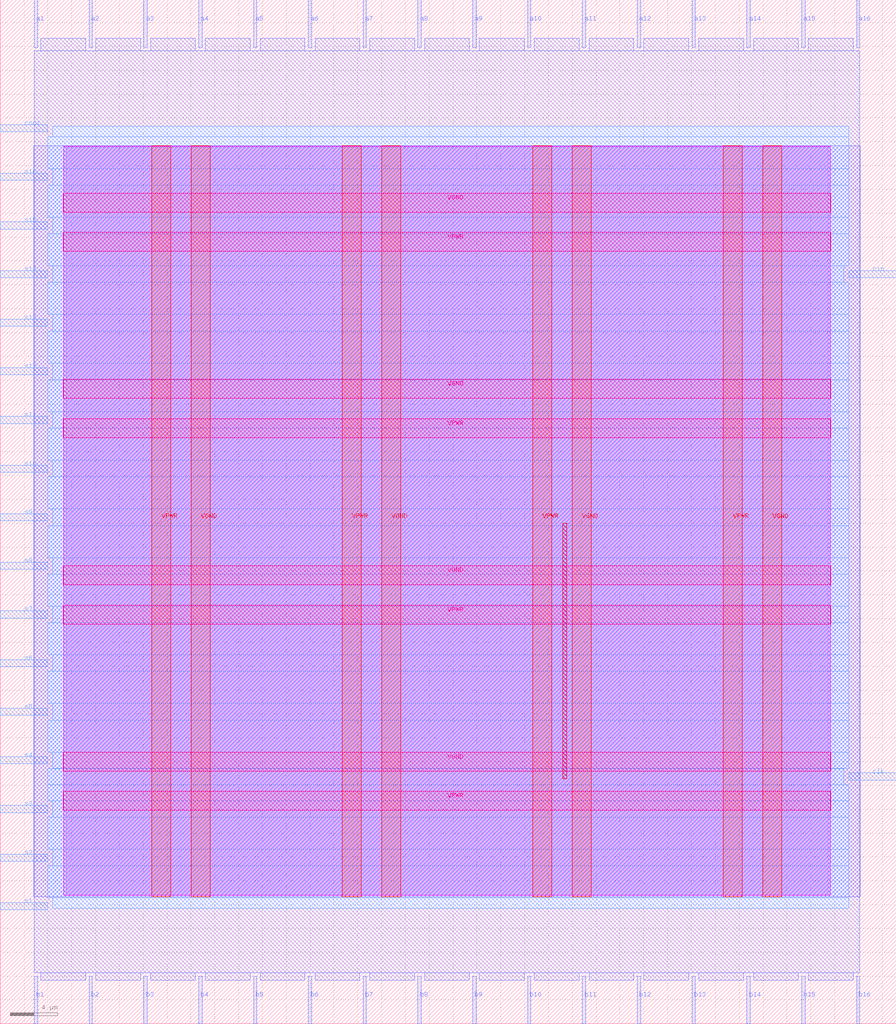
<source format=lef>
VERSION 5.7 ;
  NOWIREEXTENSIONATPIN ON ;
  DIVIDERCHAR "/" ;
  BUSBITCHARS "[]" ;
MACRO adder
  CLASS BLOCK ;
  FOREIGN adder ;
  ORIGIN 0.000 0.000 ;
  SIZE 75.180 BY 85.900 ;
  PIN VGND
    DIRECTION INOUT ;
    USE GROUND ;
    PORT
      LAYER met4 ;
        RECT 16.010 10.640 17.610 73.680 ;
    END
    PORT
      LAYER met4 ;
        RECT 31.995 10.640 33.595 73.680 ;
    END
    PORT
      LAYER met4 ;
        RECT 47.980 10.640 49.580 73.680 ;
    END
    PORT
      LAYER met4 ;
        RECT 63.965 10.640 65.565 73.680 ;
    END
    PORT
      LAYER met5 ;
        RECT 5.280 21.195 69.700 22.795 ;
    END
    PORT
      LAYER met5 ;
        RECT 5.280 36.830 69.700 38.430 ;
    END
    PORT
      LAYER met5 ;
        RECT 5.280 52.465 69.700 54.065 ;
    END
    PORT
      LAYER met5 ;
        RECT 5.280 68.100 69.700 69.700 ;
    END
  END VGND
  PIN VPWR
    DIRECTION INOUT ;
    USE POWER ;
    PORT
      LAYER met4 ;
        RECT 12.710 10.640 14.310 73.680 ;
    END
    PORT
      LAYER met4 ;
        RECT 28.695 10.640 30.295 73.680 ;
    END
    PORT
      LAYER met4 ;
        RECT 44.680 10.640 46.280 73.680 ;
    END
    PORT
      LAYER met4 ;
        RECT 60.665 10.640 62.265 73.680 ;
    END
    PORT
      LAYER met5 ;
        RECT 5.280 17.895 69.700 19.495 ;
    END
    PORT
      LAYER met5 ;
        RECT 5.280 33.530 69.700 35.130 ;
    END
    PORT
      LAYER met5 ;
        RECT 5.280 49.165 69.700 50.765 ;
    END
    PORT
      LAYER met5 ;
        RECT 5.280 64.800 69.700 66.400 ;
    END
  END VPWR
  PIN a1
    DIRECTION INPUT ;
    USE SIGNAL ;
    ANTENNAGATEAREA 0.196500 ;
    PORT
      LAYER met2 ;
        RECT 2.850 81.900 3.130 85.900 ;
    END
  END a1
  PIN a10
    DIRECTION INPUT ;
    USE SIGNAL ;
    ANTENNAGATEAREA 0.196500 ;
    PORT
      LAYER met2 ;
        RECT 44.250 81.900 44.530 85.900 ;
    END
  END a10
  PIN a11
    DIRECTION INPUT ;
    USE SIGNAL ;
    ANTENNAGATEAREA 0.196500 ;
    PORT
      LAYER met2 ;
        RECT 48.850 81.900 49.130 85.900 ;
    END
  END a11
  PIN a12
    DIRECTION INPUT ;
    USE SIGNAL ;
    ANTENNAGATEAREA 0.196500 ;
    PORT
      LAYER met2 ;
        RECT 53.450 81.900 53.730 85.900 ;
    END
  END a12
  PIN a13
    DIRECTION INPUT ;
    USE SIGNAL ;
    ANTENNAGATEAREA 0.196500 ;
    PORT
      LAYER met2 ;
        RECT 58.050 81.900 58.330 85.900 ;
    END
  END a13
  PIN a14
    DIRECTION INPUT ;
    USE SIGNAL ;
    ANTENNAGATEAREA 0.196500 ;
    PORT
      LAYER met2 ;
        RECT 62.650 81.900 62.930 85.900 ;
    END
  END a14
  PIN a15
    DIRECTION INPUT ;
    USE SIGNAL ;
    ANTENNAGATEAREA 0.196500 ;
    PORT
      LAYER met2 ;
        RECT 67.250 81.900 67.530 85.900 ;
    END
  END a15
  PIN a16
    DIRECTION INPUT ;
    USE SIGNAL ;
    ANTENNAGATEAREA 0.196500 ;
    PORT
      LAYER met2 ;
        RECT 71.850 81.900 72.130 85.900 ;
    END
  END a16
  PIN a2
    DIRECTION INPUT ;
    USE SIGNAL ;
    ANTENNAGATEAREA 0.196500 ;
    PORT
      LAYER met2 ;
        RECT 7.450 81.900 7.730 85.900 ;
    END
  END a2
  PIN a3
    DIRECTION INPUT ;
    USE SIGNAL ;
    ANTENNAGATEAREA 0.196500 ;
    PORT
      LAYER met2 ;
        RECT 12.050 81.900 12.330 85.900 ;
    END
  END a3
  PIN a4
    DIRECTION INPUT ;
    USE SIGNAL ;
    ANTENNAGATEAREA 0.196500 ;
    PORT
      LAYER met2 ;
        RECT 16.650 81.900 16.930 85.900 ;
    END
  END a4
  PIN a5
    DIRECTION INPUT ;
    USE SIGNAL ;
    ANTENNAGATEAREA 0.196500 ;
    PORT
      LAYER met2 ;
        RECT 21.250 81.900 21.530 85.900 ;
    END
  END a5
  PIN a6
    DIRECTION INPUT ;
    USE SIGNAL ;
    ANTENNAGATEAREA 0.196500 ;
    PORT
      LAYER met2 ;
        RECT 25.850 81.900 26.130 85.900 ;
    END
  END a6
  PIN a7
    DIRECTION INPUT ;
    USE SIGNAL ;
    ANTENNAGATEAREA 0.196500 ;
    PORT
      LAYER met2 ;
        RECT 30.450 81.900 30.730 85.900 ;
    END
  END a7
  PIN a8
    DIRECTION INPUT ;
    USE SIGNAL ;
    ANTENNAGATEAREA 0.196500 ;
    PORT
      LAYER met2 ;
        RECT 35.050 81.900 35.330 85.900 ;
    END
  END a8
  PIN a9
    DIRECTION INPUT ;
    USE SIGNAL ;
    ANTENNAGATEAREA 0.196500 ;
    PORT
      LAYER met2 ;
        RECT 39.650 81.900 39.930 85.900 ;
    END
  END a9
  PIN b1
    DIRECTION INPUT ;
    USE SIGNAL ;
    ANTENNAGATEAREA 0.196500 ;
    PORT
      LAYER met2 ;
        RECT 2.850 0.000 3.130 4.000 ;
    END
  END b1
  PIN b10
    DIRECTION INPUT ;
    USE SIGNAL ;
    ANTENNAGATEAREA 0.196500 ;
    PORT
      LAYER met2 ;
        RECT 44.250 0.000 44.530 4.000 ;
    END
  END b10
  PIN b11
    DIRECTION INPUT ;
    USE SIGNAL ;
    ANTENNAGATEAREA 0.196500 ;
    PORT
      LAYER met2 ;
        RECT 48.850 0.000 49.130 4.000 ;
    END
  END b11
  PIN b12
    DIRECTION INPUT ;
    USE SIGNAL ;
    ANTENNAGATEAREA 0.196500 ;
    PORT
      LAYER met2 ;
        RECT 53.450 0.000 53.730 4.000 ;
    END
  END b12
  PIN b13
    DIRECTION INPUT ;
    USE SIGNAL ;
    ANTENNAGATEAREA 0.196500 ;
    PORT
      LAYER met2 ;
        RECT 58.050 0.000 58.330 4.000 ;
    END
  END b13
  PIN b14
    DIRECTION INPUT ;
    USE SIGNAL ;
    ANTENNAGATEAREA 0.196500 ;
    PORT
      LAYER met2 ;
        RECT 62.650 0.000 62.930 4.000 ;
    END
  END b14
  PIN b15
    DIRECTION INPUT ;
    USE SIGNAL ;
    ANTENNAGATEAREA 0.196500 ;
    PORT
      LAYER met2 ;
        RECT 67.250 0.000 67.530 4.000 ;
    END
  END b15
  PIN b16
    DIRECTION INPUT ;
    USE SIGNAL ;
    ANTENNAGATEAREA 0.196500 ;
    PORT
      LAYER met2 ;
        RECT 71.850 0.000 72.130 4.000 ;
    END
  END b16
  PIN b2
    DIRECTION INPUT ;
    USE SIGNAL ;
    ANTENNAGATEAREA 0.196500 ;
    PORT
      LAYER met2 ;
        RECT 7.450 0.000 7.730 4.000 ;
    END
  END b2
  PIN b3
    DIRECTION INPUT ;
    USE SIGNAL ;
    ANTENNAGATEAREA 0.196500 ;
    PORT
      LAYER met2 ;
        RECT 12.050 0.000 12.330 4.000 ;
    END
  END b3
  PIN b4
    DIRECTION INPUT ;
    USE SIGNAL ;
    ANTENNAGATEAREA 0.196500 ;
    PORT
      LAYER met2 ;
        RECT 16.650 0.000 16.930 4.000 ;
    END
  END b4
  PIN b5
    DIRECTION INPUT ;
    USE SIGNAL ;
    ANTENNAGATEAREA 0.196500 ;
    PORT
      LAYER met2 ;
        RECT 21.250 0.000 21.530 4.000 ;
    END
  END b5
  PIN b6
    DIRECTION INPUT ;
    USE SIGNAL ;
    ANTENNAGATEAREA 0.196500 ;
    PORT
      LAYER met2 ;
        RECT 25.850 0.000 26.130 4.000 ;
    END
  END b6
  PIN b7
    DIRECTION INPUT ;
    USE SIGNAL ;
    ANTENNAGATEAREA 0.196500 ;
    PORT
      LAYER met2 ;
        RECT 30.450 0.000 30.730 4.000 ;
    END
  END b7
  PIN b8
    DIRECTION INPUT ;
    USE SIGNAL ;
    ANTENNAGATEAREA 0.196500 ;
    PORT
      LAYER met2 ;
        RECT 35.050 0.000 35.330 4.000 ;
    END
  END b8
  PIN b9
    DIRECTION INPUT ;
    USE SIGNAL ;
    ANTENNAGATEAREA 0.196500 ;
    PORT
      LAYER met2 ;
        RECT 39.650 0.000 39.930 4.000 ;
    END
  END b9
  PIN cin
    DIRECTION INPUT ;
    USE SIGNAL ;
    ANTENNAGATEAREA 0.196500 ;
    PORT
      LAYER met3 ;
        RECT 71.180 62.600 75.180 63.200 ;
    END
  END cin
  PIN clk
    DIRECTION INPUT ;
    USE SIGNAL ;
    ANTENNAGATEAREA 0.852000 ;
    PORT
      LAYER met3 ;
        RECT 71.180 20.440 75.180 21.040 ;
    END
  END clk
  PIN cout
    DIRECTION OUTPUT ;
    USE SIGNAL ;
    ANTENNADIFFAREA 0.340600 ;
    PORT
      LAYER met3 ;
        RECT 0.000 74.840 4.000 75.440 ;
    END
  END cout
  PIN s1
    DIRECTION OUTPUT ;
    USE SIGNAL ;
    ANTENNADIFFAREA 0.340600 ;
    PORT
      LAYER met3 ;
        RECT 0.000 9.560 4.000 10.160 ;
    END
  END s1
  PIN s10
    DIRECTION OUTPUT ;
    USE SIGNAL ;
    ANTENNADIFFAREA 0.340600 ;
    PORT
      LAYER met3 ;
        RECT 0.000 46.280 4.000 46.880 ;
    END
  END s10
  PIN s11
    DIRECTION OUTPUT ;
    USE SIGNAL ;
    ANTENNADIFFAREA 0.340600 ;
    PORT
      LAYER met3 ;
        RECT 0.000 50.360 4.000 50.960 ;
    END
  END s11
  PIN s12
    DIRECTION OUTPUT ;
    USE SIGNAL ;
    ANTENNADIFFAREA 0.340600 ;
    PORT
      LAYER met3 ;
        RECT 0.000 54.440 4.000 55.040 ;
    END
  END s12
  PIN s13
    DIRECTION OUTPUT ;
    USE SIGNAL ;
    ANTENNADIFFAREA 0.340600 ;
    PORT
      LAYER met3 ;
        RECT 0.000 58.520 4.000 59.120 ;
    END
  END s13
  PIN s14
    DIRECTION OUTPUT ;
    USE SIGNAL ;
    ANTENNADIFFAREA 0.340600 ;
    PORT
      LAYER met3 ;
        RECT 0.000 62.600 4.000 63.200 ;
    END
  END s14
  PIN s15
    DIRECTION OUTPUT ;
    USE SIGNAL ;
    ANTENNADIFFAREA 0.340600 ;
    PORT
      LAYER met3 ;
        RECT 0.000 66.680 4.000 67.280 ;
    END
  END s15
  PIN s16
    DIRECTION OUTPUT ;
    USE SIGNAL ;
    ANTENNADIFFAREA 0.340600 ;
    PORT
      LAYER met3 ;
        RECT 0.000 70.760 4.000 71.360 ;
    END
  END s16
  PIN s2
    DIRECTION OUTPUT ;
    USE SIGNAL ;
    ANTENNADIFFAREA 0.340600 ;
    PORT
      LAYER met3 ;
        RECT 0.000 13.640 4.000 14.240 ;
    END
  END s2
  PIN s3
    DIRECTION OUTPUT ;
    USE SIGNAL ;
    ANTENNADIFFAREA 0.340600 ;
    PORT
      LAYER met3 ;
        RECT 0.000 17.720 4.000 18.320 ;
    END
  END s3
  PIN s4
    DIRECTION OUTPUT ;
    USE SIGNAL ;
    ANTENNADIFFAREA 0.340600 ;
    PORT
      LAYER met3 ;
        RECT 0.000 21.800 4.000 22.400 ;
    END
  END s4
  PIN s5
    DIRECTION OUTPUT ;
    USE SIGNAL ;
    ANTENNADIFFAREA 0.340600 ;
    PORT
      LAYER met3 ;
        RECT 0.000 25.880 4.000 26.480 ;
    END
  END s5
  PIN s6
    DIRECTION OUTPUT ;
    USE SIGNAL ;
    ANTENNADIFFAREA 0.340600 ;
    PORT
      LAYER met3 ;
        RECT 0.000 29.960 4.000 30.560 ;
    END
  END s6
  PIN s7
    DIRECTION OUTPUT ;
    USE SIGNAL ;
    ANTENNADIFFAREA 0.340600 ;
    PORT
      LAYER met3 ;
        RECT 0.000 34.040 4.000 34.640 ;
    END
  END s7
  PIN s8
    DIRECTION OUTPUT ;
    USE SIGNAL ;
    ANTENNADIFFAREA 0.340600 ;
    PORT
      LAYER met3 ;
        RECT 0.000 38.120 4.000 38.720 ;
    END
  END s8
  PIN s9
    DIRECTION OUTPUT ;
    USE SIGNAL ;
    ANTENNADIFFAREA 0.340600 ;
    PORT
      LAYER met3 ;
        RECT 0.000 42.200 4.000 42.800 ;
    END
  END s9
  OBS
      LAYER nwell ;
        RECT 5.330 10.795 69.650 73.630 ;
      LAYER li1 ;
        RECT 5.520 10.795 69.460 73.525 ;
      LAYER met1 ;
        RECT 2.830 10.640 72.150 73.680 ;
      LAYER met2 ;
        RECT 3.410 81.620 7.170 82.690 ;
        RECT 8.010 81.620 11.770 82.690 ;
        RECT 12.610 81.620 16.370 82.690 ;
        RECT 17.210 81.620 20.970 82.690 ;
        RECT 21.810 81.620 25.570 82.690 ;
        RECT 26.410 81.620 30.170 82.690 ;
        RECT 31.010 81.620 34.770 82.690 ;
        RECT 35.610 81.620 39.370 82.690 ;
        RECT 40.210 81.620 43.970 82.690 ;
        RECT 44.810 81.620 48.570 82.690 ;
        RECT 49.410 81.620 53.170 82.690 ;
        RECT 54.010 81.620 57.770 82.690 ;
        RECT 58.610 81.620 62.370 82.690 ;
        RECT 63.210 81.620 66.970 82.690 ;
        RECT 67.810 81.620 71.570 82.690 ;
        RECT 2.860 4.280 72.120 81.620 ;
        RECT 3.410 3.670 7.170 4.280 ;
        RECT 8.010 3.670 11.770 4.280 ;
        RECT 12.610 3.670 16.370 4.280 ;
        RECT 17.210 3.670 20.970 4.280 ;
        RECT 21.810 3.670 25.570 4.280 ;
        RECT 26.410 3.670 30.170 4.280 ;
        RECT 31.010 3.670 34.770 4.280 ;
        RECT 35.610 3.670 39.370 4.280 ;
        RECT 40.210 3.670 43.970 4.280 ;
        RECT 44.810 3.670 48.570 4.280 ;
        RECT 49.410 3.670 53.170 4.280 ;
        RECT 54.010 3.670 57.770 4.280 ;
        RECT 58.610 3.670 62.370 4.280 ;
        RECT 63.210 3.670 66.970 4.280 ;
        RECT 67.810 3.670 71.570 4.280 ;
      LAYER met3 ;
        RECT 4.400 74.440 71.180 75.305 ;
        RECT 3.990 71.760 71.180 74.440 ;
        RECT 4.400 70.360 71.180 71.760 ;
        RECT 3.990 67.680 71.180 70.360 ;
        RECT 4.400 66.280 71.180 67.680 ;
        RECT 3.990 63.600 71.180 66.280 ;
        RECT 4.400 62.200 70.780 63.600 ;
        RECT 3.990 59.520 71.180 62.200 ;
        RECT 4.400 58.120 71.180 59.520 ;
        RECT 3.990 55.440 71.180 58.120 ;
        RECT 4.400 54.040 71.180 55.440 ;
        RECT 3.990 51.360 71.180 54.040 ;
        RECT 4.400 49.960 71.180 51.360 ;
        RECT 3.990 47.280 71.180 49.960 ;
        RECT 4.400 45.880 71.180 47.280 ;
        RECT 3.990 43.200 71.180 45.880 ;
        RECT 4.400 41.800 71.180 43.200 ;
        RECT 3.990 39.120 71.180 41.800 ;
        RECT 4.400 37.720 71.180 39.120 ;
        RECT 3.990 35.040 71.180 37.720 ;
        RECT 4.400 33.640 71.180 35.040 ;
        RECT 3.990 30.960 71.180 33.640 ;
        RECT 4.400 29.560 71.180 30.960 ;
        RECT 3.990 26.880 71.180 29.560 ;
        RECT 4.400 25.480 71.180 26.880 ;
        RECT 3.990 22.800 71.180 25.480 ;
        RECT 4.400 21.440 71.180 22.800 ;
        RECT 4.400 21.400 70.780 21.440 ;
        RECT 3.990 20.040 70.780 21.400 ;
        RECT 3.990 18.720 71.180 20.040 ;
        RECT 4.400 17.320 71.180 18.720 ;
        RECT 3.990 14.640 71.180 17.320 ;
        RECT 4.400 13.240 71.180 14.640 ;
        RECT 3.990 10.560 71.180 13.240 ;
        RECT 4.400 9.695 71.180 10.560 ;
      LAYER met4 ;
        RECT 47.215 20.575 47.545 41.985 ;
  END
END adder
END LIBRARY


</source>
